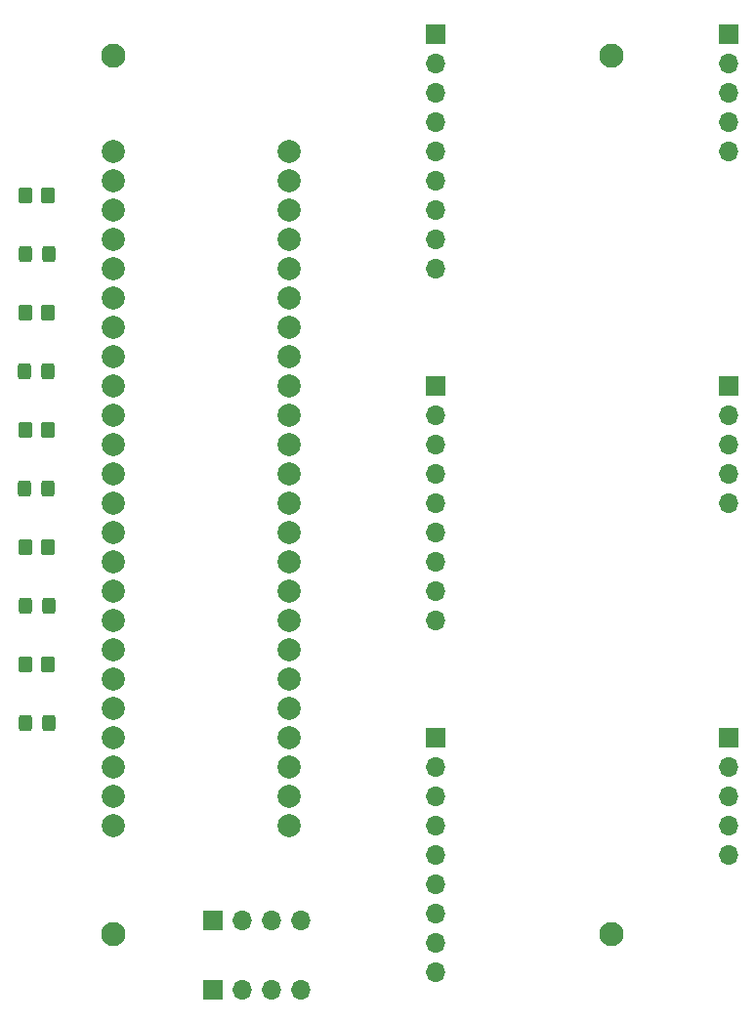
<source format=gbr>
%TF.GenerationSoftware,KiCad,Pcbnew,7.0.7*%
%TF.CreationDate,2024-05-20T18:28:41-04:00*%
%TF.ProjectId,Ground Reciever,47726f75-6e64-4205-9265-636965766572,rev?*%
%TF.SameCoordinates,Original*%
%TF.FileFunction,Soldermask,Top*%
%TF.FilePolarity,Negative*%
%FSLAX46Y46*%
G04 Gerber Fmt 4.6, Leading zero omitted, Abs format (unit mm)*
G04 Created by KiCad (PCBNEW 7.0.7) date 2024-05-20 18:28:41*
%MOMM*%
%LPD*%
G01*
G04 APERTURE LIST*
G04 Aperture macros list*
%AMRoundRect*
0 Rectangle with rounded corners*
0 $1 Rounding radius*
0 $2 $3 $4 $5 $6 $7 $8 $9 X,Y pos of 4 corners*
0 Add a 4 corners polygon primitive as box body*
4,1,4,$2,$3,$4,$5,$6,$7,$8,$9,$2,$3,0*
0 Add four circle primitives for the rounded corners*
1,1,$1+$1,$2,$3*
1,1,$1+$1,$4,$5*
1,1,$1+$1,$6,$7*
1,1,$1+$1,$8,$9*
0 Add four rect primitives between the rounded corners*
20,1,$1+$1,$2,$3,$4,$5,0*
20,1,$1+$1,$4,$5,$6,$7,0*
20,1,$1+$1,$6,$7,$8,$9,0*
20,1,$1+$1,$8,$9,$2,$3,0*%
G04 Aperture macros list end*
%ADD10R,1.700000X1.700000*%
%ADD11O,1.700000X1.700000*%
%ADD12RoundRect,0.250000X-0.350000X-0.450000X0.350000X-0.450000X0.350000X0.450000X-0.350000X0.450000X0*%
%ADD13C,2.100000*%
%ADD14C,2.000000*%
%ADD15RoundRect,0.250000X-0.325000X-0.450000X0.325000X-0.450000X0.325000X0.450000X-0.325000X0.450000X0*%
%ADD16RoundRect,0.250000X0.325000X0.450000X-0.325000X0.450000X-0.325000X-0.450000X0.325000X-0.450000X0*%
%ADD17RoundRect,0.250000X0.350000X0.450000X-0.350000X0.450000X-0.350000X-0.450000X0.350000X-0.450000X0*%
G04 APERTURE END LIST*
D10*
%TO.C,Serial8*%
X133120000Y-131400000D03*
D11*
X135660000Y-131400000D03*
X138200000Y-131400000D03*
X140740000Y-131400000D03*
%TD*%
D10*
%TO.C,Serial1*%
X133120000Y-137400000D03*
D11*
X135660000Y-137400000D03*
X138200000Y-137400000D03*
X140740000Y-137400000D03*
%TD*%
D10*
%TO.C,J3*%
X152400000Y-85090000D03*
D11*
X152400000Y-87630000D03*
X152400000Y-90170000D03*
X152400000Y-92710000D03*
X152400000Y-95250000D03*
X152400000Y-97790000D03*
X152400000Y-100330000D03*
X152400000Y-102870000D03*
X152400000Y-105410000D03*
%TD*%
D12*
%TO.C,R2*%
X116840000Y-88900000D03*
X118840000Y-88900000D03*
%TD*%
D13*
%TO.C,H1*%
X167640000Y-132540000D03*
%TD*%
D12*
%TO.C,R4*%
X116840000Y-68580000D03*
X118840000Y-68580000D03*
%TD*%
D13*
%TO.C,H4*%
X124460000Y-56420000D03*
%TD*%
D10*
%TO.C,J2*%
X177800000Y-54610000D03*
D11*
X177800000Y-57150000D03*
X177800000Y-59690000D03*
X177800000Y-62230000D03*
X177800000Y-64770000D03*
%TD*%
D14*
%TO.C,Teensy4.1*%
X124460000Y-64770000D03*
X124460000Y-67310000D03*
X124460000Y-69850000D03*
X124460000Y-72390000D03*
X124460000Y-74930000D03*
X124460000Y-77470000D03*
X124460000Y-80010000D03*
X124460000Y-82550000D03*
X124460000Y-85090000D03*
X124460000Y-87630000D03*
X124460000Y-90170000D03*
X124460000Y-92710000D03*
X124460000Y-95250000D03*
X124460000Y-97790000D03*
X124460000Y-100330000D03*
X124460000Y-102870000D03*
X124460000Y-105410000D03*
X124460000Y-107950000D03*
X124460000Y-110490000D03*
X124460000Y-113030000D03*
X124460000Y-115570000D03*
X124460000Y-118110000D03*
X124460000Y-120650000D03*
X124460000Y-123190000D03*
X139700000Y-123190000D03*
X139700000Y-120650000D03*
X139700000Y-118110000D03*
X139700000Y-115570000D03*
X139700000Y-113030000D03*
X139700000Y-110490000D03*
X139700000Y-107950000D03*
X139700000Y-105410000D03*
X139700000Y-102870000D03*
X139700000Y-100330000D03*
X139700000Y-97790000D03*
X139700000Y-95250000D03*
X139700000Y-92710000D03*
X139700000Y-90170000D03*
X139700000Y-87630000D03*
X139700000Y-85090000D03*
X139700000Y-82550000D03*
X139700000Y-80010000D03*
X139700000Y-77470000D03*
X139700000Y-74930000D03*
X139700000Y-72390000D03*
X139700000Y-69850000D03*
X139700000Y-67310000D03*
X139700000Y-64770000D03*
%TD*%
D10*
%TO.C,J5*%
X152400000Y-115570000D03*
D11*
X152400000Y-118110000D03*
X152400000Y-120650000D03*
X152400000Y-123190000D03*
X152400000Y-125730000D03*
X152400000Y-128270000D03*
X152400000Y-130810000D03*
X152400000Y-133350000D03*
X152400000Y-135890000D03*
%TD*%
D15*
%TO.C,D3*%
X116840000Y-104140000D03*
X118890000Y-104140000D03*
%TD*%
D13*
%TO.C,H3*%
X167640000Y-56420000D03*
%TD*%
D16*
%TO.C,D4*%
X118890000Y-73660000D03*
X116840000Y-73660000D03*
%TD*%
D12*
%TO.C,R3*%
X116840000Y-99060000D03*
X118840000Y-99060000D03*
%TD*%
D15*
%TO.C,D2*%
X116815000Y-93980000D03*
X118865000Y-93980000D03*
%TD*%
D16*
%TO.C,D1*%
X118865000Y-83820000D03*
X116815000Y-83820000D03*
%TD*%
D12*
%TO.C,R1*%
X116840000Y-78740000D03*
X118840000Y-78740000D03*
%TD*%
D10*
%TO.C,J6*%
X177800000Y-115570000D03*
D11*
X177800000Y-118110000D03*
X177800000Y-120650000D03*
X177800000Y-123190000D03*
X177800000Y-125730000D03*
%TD*%
D13*
%TO.C,H2*%
X124460000Y-132540000D03*
%TD*%
D11*
%TO.C,J4*%
X177800000Y-95250000D03*
X177800000Y-92710000D03*
X177800000Y-90170000D03*
X177800000Y-87630000D03*
D10*
X177800000Y-85090000D03*
%TD*%
%TO.C,J1*%
X152400000Y-54610000D03*
D11*
X152400000Y-57150000D03*
X152400000Y-59690000D03*
X152400000Y-62230000D03*
X152400000Y-64770000D03*
X152400000Y-67310000D03*
X152400000Y-69850000D03*
X152400000Y-72390000D03*
X152400000Y-74930000D03*
%TD*%
D17*
%TO.C,R5*%
X118840000Y-109220000D03*
X116840000Y-109220000D03*
%TD*%
D15*
%TO.C,D5*%
X116840000Y-114300000D03*
X118890000Y-114300000D03*
%TD*%
M02*

</source>
